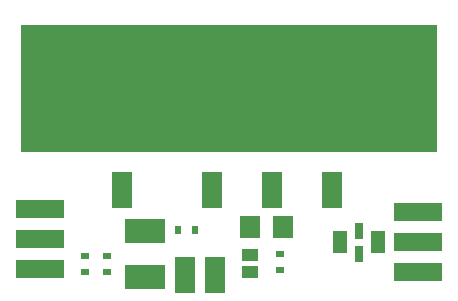
<source format=gts>
G04 DipTrace Beta 2.3.5.2*
%IN7W_Booster.GTS*%
%MOIN*%
%ADD24R,0.0315X0.0197*%
%ADD28R,0.0197X0.0315*%
%ADD31R,0.16X0.06*%
%ADD41R,0.0631X0.0631*%
%ADD43R,0.028X0.053*%
%ADD45R,0.045X0.075*%
%ADD49C,0.2009*%
%ADD51R,0.067X0.1221*%
%ADD55R,0.0571X0.0434*%
%ADD57R,0.1379X0.0788*%
%ADD59R,0.067X0.0749*%
%FSLAX44Y44*%
G04*
G70*
G90*
G75*
G01*
%LNTopMask*%
%LPD*%
D24*
X2500Y875D3*
Y1426D3*
X3250Y875D3*
Y1426D3*
X9000Y1500D3*
Y949D3*
D59*
X8000Y2375D3*
X9102D3*
D57*
X4500Y2250D3*
Y715D3*
D55*
X8000Y875D3*
Y1466D3*
D28*
X5620Y2285D3*
X6171D3*
D51*
X3750Y3625D3*
X6737Y3629D3*
X8745D3*
X10752D3*
D49*
X2012Y6622D3*
X12406D3*
D31*
X1000Y1000D3*
Y2000D3*
Y3000D3*
X13625Y875D3*
Y1875D3*
Y2875D3*
D45*
X11000Y1875D3*
X12280D3*
D43*
X11640Y2245D3*
Y1505D3*
D41*
X6840Y775D3*
X5840D3*
D51*
D3*
X6840D3*
G36*
X375Y9125D2*
X14250D1*
Y4875D1*
X375D1*
Y9125D1*
G37*
M02*

</source>
